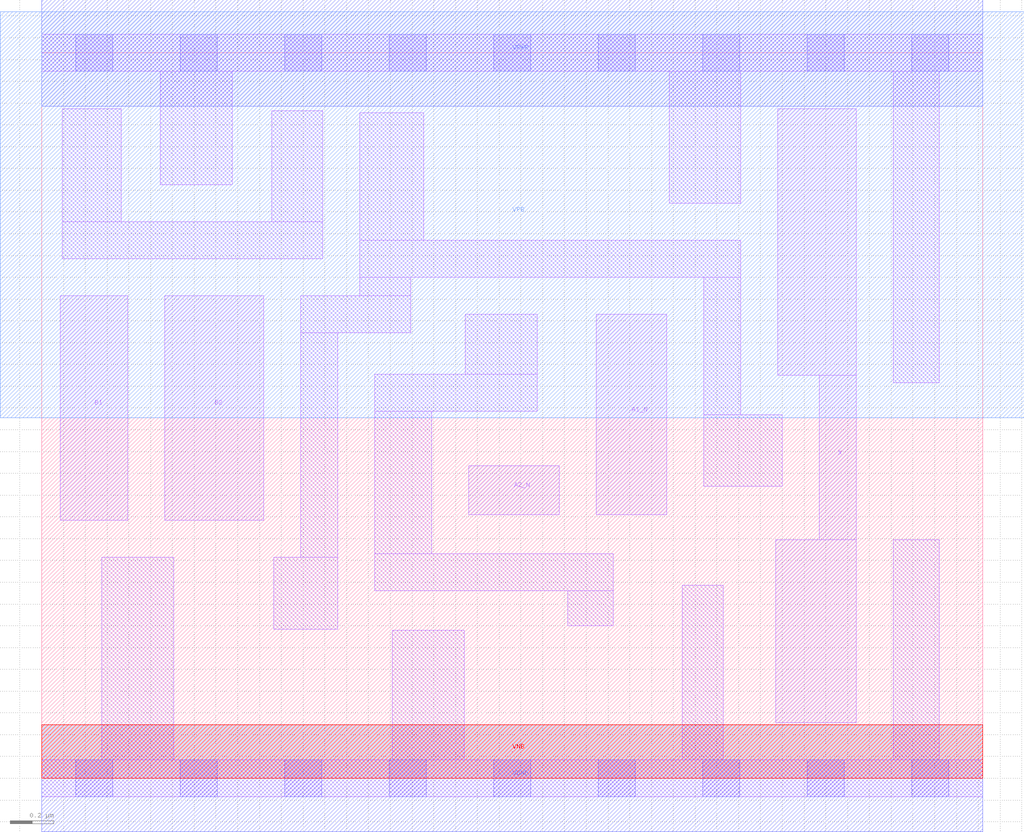
<source format=lef>
# Copyright 2020 The SkyWater PDK Authors
#
# Licensed under the Apache License, Version 2.0 (the "License");
# you may not use this file except in compliance with the License.
# You may obtain a copy of the License at
#
#     https://www.apache.org/licenses/LICENSE-2.0
#
# Unless required by applicable law or agreed to in writing, software
# distributed under the License is distributed on an "AS IS" BASIS,
# WITHOUT WARRANTIES OR CONDITIONS OF ANY KIND, either express or implied.
# See the License for the specific language governing permissions and
# limitations under the License.
#
# SPDX-License-Identifier: Apache-2.0

VERSION 5.7 ;
  NOWIREEXTENSIONATPIN ON ;
  DIVIDERCHAR "/" ;
  BUSBITCHARS "[]" ;
MACRO sky130_fd_sc_lp__a2bb2o_2
  CLASS CORE ;
  FOREIGN sky130_fd_sc_lp__a2bb2o_2 ;
  ORIGIN  0.000000  0.000000 ;
  SIZE  4.320000 BY  3.330000 ;
  SYMMETRY X Y R90 ;
  SITE unit ;
  PIN A1_N
    ANTENNAGATEAREA  0.159000 ;
    DIRECTION INPUT ;
    USE SIGNAL ;
    PORT
      LAYER li1 ;
        RECT 2.545000 1.210000 2.870000 2.130000 ;
    END
  END A1_N
  PIN A2_N
    ANTENNAGATEAREA  0.159000 ;
    DIRECTION INPUT ;
    USE SIGNAL ;
    PORT
      LAYER li1 ;
        RECT 1.960000 1.210000 2.375000 1.435000 ;
    END
  END A2_N
  PIN B1
    ANTENNAGATEAREA  0.159000 ;
    DIRECTION INPUT ;
    USE SIGNAL ;
    PORT
      LAYER li1 ;
        RECT 0.085000 1.185000 0.395000 2.215000 ;
    END
  END B1
  PIN B2
    ANTENNAGATEAREA  0.159000 ;
    DIRECTION INPUT ;
    USE SIGNAL ;
    PORT
      LAYER li1 ;
        RECT 0.565000 1.185000 1.020000 2.215000 ;
    END
  END B2
  PIN X
    ANTENNADIFFAREA  0.588000 ;
    DIRECTION OUTPUT ;
    USE SIGNAL ;
    PORT
      LAYER li1 ;
        RECT 3.370000 0.255000 3.740000 1.095000 ;
        RECT 3.380000 1.850000 3.740000 3.075000 ;
        RECT 3.570000 1.095000 3.740000 1.850000 ;
    END
  END X
  PIN VGND
    DIRECTION INOUT ;
    USE GROUND ;
    PORT
      LAYER met1 ;
        RECT 0.000000 -0.245000 4.320000 0.245000 ;
    END
  END VGND
  PIN VNB
    DIRECTION INOUT ;
    USE GROUND ;
    PORT
      LAYER pwell ;
        RECT 0.000000 0.000000 4.320000 0.245000 ;
    END
  END VNB
  PIN VPB
    DIRECTION INOUT ;
    USE POWER ;
    PORT
      LAYER nwell ;
        RECT -0.190000 1.655000 4.510000 3.520000 ;
    END
  END VPB
  PIN VPWR
    DIRECTION INOUT ;
    USE POWER ;
    PORT
      LAYER met1 ;
        RECT 0.000000 3.085000 4.320000 3.575000 ;
    END
  END VPWR
  OBS
    LAYER li1 ;
      RECT 0.000000 -0.085000 4.320000 0.085000 ;
      RECT 0.000000  3.245000 4.320000 3.415000 ;
      RECT 0.095000  2.385000 1.290000 2.555000 ;
      RECT 0.095000  2.555000 0.365000 3.075000 ;
      RECT 0.275000  0.085000 0.605000 1.015000 ;
      RECT 0.545000  2.725000 0.875000 3.245000 ;
      RECT 1.055000  2.555000 1.290000 3.065000 ;
      RECT 1.065000  0.685000 1.360000 1.015000 ;
      RECT 1.190000  1.015000 1.360000 2.045000 ;
      RECT 1.190000  2.045000 1.695000 2.215000 ;
      RECT 1.460000  2.215000 1.695000 2.300000 ;
      RECT 1.460000  2.300000 3.210000 2.470000 ;
      RECT 1.460000  2.470000 1.755000 3.055000 ;
      RECT 1.530000  0.860000 2.625000 1.030000 ;
      RECT 1.530000  1.030000 1.790000 1.685000 ;
      RECT 1.530000  1.685000 2.275000 1.855000 ;
      RECT 1.610000  0.085000 1.940000 0.680000 ;
      RECT 1.945000  1.855000 2.275000 2.130000 ;
      RECT 2.415000  0.700000 2.625000 0.860000 ;
      RECT 2.880000  2.640000 3.210000 3.245000 ;
      RECT 2.940000  0.085000 3.130000 0.885000 ;
      RECT 3.040000  1.340000 3.400000 1.670000 ;
      RECT 3.040000  1.670000 3.210000 2.300000 ;
      RECT 3.910000  0.085000 4.120000 1.095000 ;
      RECT 3.910000  1.815000 4.120000 3.245000 ;
    LAYER mcon ;
      RECT 0.155000 -0.085000 0.325000 0.085000 ;
      RECT 0.155000  3.245000 0.325000 3.415000 ;
      RECT 0.635000 -0.085000 0.805000 0.085000 ;
      RECT 0.635000  3.245000 0.805000 3.415000 ;
      RECT 1.115000 -0.085000 1.285000 0.085000 ;
      RECT 1.115000  3.245000 1.285000 3.415000 ;
      RECT 1.595000 -0.085000 1.765000 0.085000 ;
      RECT 1.595000  3.245000 1.765000 3.415000 ;
      RECT 2.075000 -0.085000 2.245000 0.085000 ;
      RECT 2.075000  3.245000 2.245000 3.415000 ;
      RECT 2.555000 -0.085000 2.725000 0.085000 ;
      RECT 2.555000  3.245000 2.725000 3.415000 ;
      RECT 3.035000 -0.085000 3.205000 0.085000 ;
      RECT 3.035000  3.245000 3.205000 3.415000 ;
      RECT 3.515000 -0.085000 3.685000 0.085000 ;
      RECT 3.515000  3.245000 3.685000 3.415000 ;
      RECT 3.995000 -0.085000 4.165000 0.085000 ;
      RECT 3.995000  3.245000 4.165000 3.415000 ;
  END
END sky130_fd_sc_lp__a2bb2o_2
END LIBRARY

</source>
